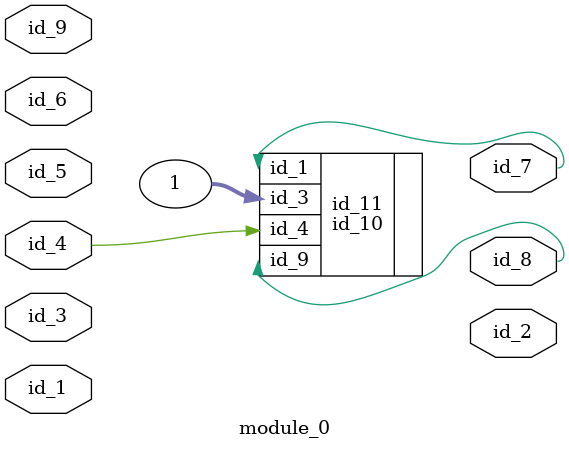
<source format=v>
`define pp_1 0
module module_0 (
    id_1,
    id_2,
    id_3,
    id_4,
    id_5,
    id_6,
    id_7,
    id_8,
    id_9
);
  input id_9;
  output id_8;
  output id_7;
  input id_6;
  input id_5;
  input id_4;
  input id_3;
  output id_2;
  input id_1;
  id_10 id_11 (
      .id_9(id_8),
      .id_3(1),
      .id_1(id_7),
      .id_4(id_4)
  );
endmodule

</source>
